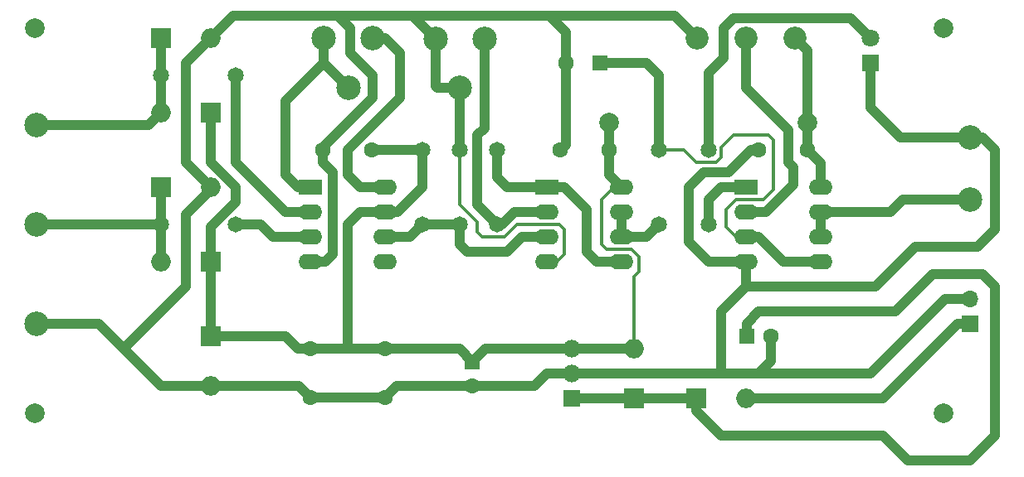
<source format=gbr>
G04 #@! TF.FileFunction,Copper,L2,Bot,Signal*
%FSLAX46Y46*%
G04 Gerber Fmt 4.6, Leading zero omitted, Abs format (unit mm)*
G04 Created by KiCad (PCBNEW 4.0.5) date 05/17/17 17:13:19*
%MOMM*%
%LPD*%
G01*
G04 APERTURE LIST*
%ADD10C,0.100000*%
%ADD11C,2.340000*%
%ADD12R,1.600000X1.600000*%
%ADD13C,1.600000*%
%ADD14R,2.000000X2.000000*%
%ADD15O,2.000000X2.000000*%
%ADD16R,1.800000X1.800000*%
%ADD17C,1.800000*%
%ADD18C,2.499360*%
%ADD19R,1.700000X1.700000*%
%ADD20O,1.700000X1.700000*%
%ADD21C,1.651000*%
%ADD22C,2.500000*%
%ADD23R,2.400000X1.600000*%
%ADD24O,2.400000X1.600000*%
%ADD25O,1.800000X1.800000*%
%ADD26C,2.000000*%
%ADD27C,0.304800*%
%ADD28C,1.016000*%
%ADD29C,0.711200*%
G04 APERTURE END LIST*
D10*
D11*
X73740000Y44450000D03*
X78740000Y44450000D03*
X83740000Y44450000D03*
D12*
X63825000Y41910000D03*
D13*
X60325000Y41910000D03*
X34290000Y12700000D03*
X34290000Y7700000D03*
D12*
X78780000Y13970000D03*
D13*
X81280000Y13970000D03*
X41910000Y12700000D03*
X41910000Y7700000D03*
D12*
X50800000Y11390000D03*
D13*
X50800000Y8890000D03*
X40560000Y33020000D03*
X35560000Y33020000D03*
X64770000Y33020000D03*
X59770000Y33020000D03*
X85010000Y33020000D03*
X80010000Y33020000D03*
D14*
X24130000Y21590000D03*
D15*
X19050000Y21590000D03*
D14*
X19050000Y29210000D03*
D15*
X24130000Y29210000D03*
D14*
X24130000Y36830000D03*
D15*
X19050000Y36830000D03*
D14*
X19050000Y44450000D03*
D15*
X24130000Y44450000D03*
D14*
X67310000Y7620000D03*
D15*
X67310000Y12700000D03*
D14*
X73660000Y7620000D03*
D15*
X78740000Y7620000D03*
D14*
X24130000Y13970000D03*
D15*
X24130000Y8890000D03*
D16*
X91440000Y41910000D03*
D17*
X91440000Y44450000D03*
D18*
X6350000Y25400000D03*
X6350000Y35560000D03*
D19*
X101600000Y15240000D03*
D20*
X101600000Y17780000D03*
D18*
X6350000Y15240000D03*
X101600000Y27940000D03*
X101600000Y34290000D03*
D21*
X45720000Y25400000D03*
X45720000Y33020000D03*
X26670000Y25400000D03*
X19050000Y25400000D03*
X69850000Y33020000D03*
X69850000Y25400000D03*
X74930000Y33020000D03*
X74930000Y25400000D03*
X49530000Y33020000D03*
X49530000Y25400000D03*
X53340000Y25400000D03*
X53340000Y33020000D03*
X26670000Y40640000D03*
X19050000Y40640000D03*
D22*
X49530000Y39370000D03*
X47030000Y44410000D03*
X52030000Y44410000D03*
X38140000Y39410000D03*
X35640000Y44450000D03*
X40640000Y44450000D03*
D23*
X34290000Y29210000D03*
D24*
X41910000Y21590000D03*
X34290000Y26670000D03*
X41910000Y24130000D03*
X34290000Y24130000D03*
X41910000Y26670000D03*
X34290000Y21590000D03*
X41910000Y29210000D03*
D23*
X58420000Y29210000D03*
D24*
X66040000Y21590000D03*
X58420000Y26670000D03*
X66040000Y24130000D03*
X58420000Y24130000D03*
X66040000Y26670000D03*
X58420000Y21590000D03*
X66040000Y29210000D03*
D16*
X60960000Y7620000D03*
D25*
X60960000Y10160000D03*
X60960000Y12700000D03*
D23*
X78740000Y29210000D03*
D24*
X86360000Y21590000D03*
X78740000Y26670000D03*
X86360000Y24130000D03*
X78740000Y24130000D03*
X86360000Y26670000D03*
X78740000Y21590000D03*
X86360000Y29210000D03*
D26*
X6180000Y45510000D03*
X6180000Y6140000D03*
X98890000Y6140000D03*
X98890000Y45510000D03*
X85010000Y35814000D03*
X64770000Y35814000D03*
D27*
X69850000Y33020000D02*
X72390000Y33020000D01*
X75692000Y31750000D02*
X76200000Y32258000D01*
X72390000Y33020000D02*
X73660000Y31750000D01*
X76708000Y26924000D02*
X76708000Y25146000D01*
X73660000Y31750000D02*
X75692000Y31750000D01*
X76200000Y32258000D02*
X76200000Y33274000D01*
X80518000Y27940000D02*
X77724000Y27940000D01*
X76708000Y25146000D02*
X77724000Y24130000D01*
X76200000Y33274000D02*
X77470000Y34544000D01*
X77470000Y34544000D02*
X81026000Y34544000D01*
X81534000Y34036000D02*
X81534000Y28956000D01*
X81534000Y28956000D02*
X80518000Y27940000D01*
X81026000Y34544000D02*
X81534000Y34036000D01*
X77724000Y27940000D02*
X76708000Y26924000D01*
X77724000Y24130000D02*
X78740000Y24130000D01*
D28*
X80010000Y24130000D02*
X82550000Y21590000D01*
X82550000Y21590000D02*
X86360000Y21590000D01*
X78740000Y24130000D02*
X80010000Y24130000D01*
X68580000Y41910000D02*
X69850000Y40640000D01*
X69850000Y40640000D02*
X69850000Y33020000D01*
X63825000Y41910000D02*
X68580000Y41910000D01*
X104140000Y33020000D02*
X102870000Y34290000D01*
X102870000Y34290000D02*
X101600000Y34290000D01*
X104140000Y24892000D02*
X104140000Y33020000D01*
X102362000Y23114000D02*
X104140000Y24892000D01*
X96012000Y23114000D02*
X102362000Y23114000D01*
X91948000Y19050000D02*
X96012000Y23114000D01*
X78740000Y19050000D02*
X91948000Y19050000D01*
X78740000Y21590000D02*
X74930000Y21590000D01*
X74930000Y21590000D02*
X72898000Y23622000D01*
X74422000Y30734000D02*
X76962000Y30734000D01*
X72898000Y23622000D02*
X72898000Y29210000D01*
X72898000Y29210000D02*
X74422000Y30734000D01*
X79248000Y33020000D02*
X80010000Y33020000D01*
X76962000Y30734000D02*
X79248000Y33020000D01*
D27*
X49530000Y33020000D02*
X49530000Y27432000D01*
X51816000Y24130000D02*
X54102000Y24130000D01*
X49530000Y27432000D02*
X51308000Y25654000D01*
X51308000Y25654000D02*
X51308000Y24638000D01*
X51308000Y24638000D02*
X51816000Y24130000D01*
X54102000Y24130000D02*
X55372000Y25400000D01*
X60198000Y22352000D02*
X59436000Y21590000D01*
X55372000Y25400000D02*
X59690000Y25400000D01*
X59690000Y25400000D02*
X60198000Y24892000D01*
X60198000Y24892000D02*
X60198000Y22352000D01*
X59436000Y21590000D02*
X58420000Y21590000D01*
D29*
X58420000Y21590000D02*
X59182000Y21590000D01*
D28*
X57404000Y46736000D02*
X58674000Y46736000D01*
X43688000Y46736000D02*
X57404000Y46736000D01*
X57404000Y46736000D02*
X71454000Y46736000D01*
X71454000Y46736000D02*
X73740000Y44450000D01*
X94488000Y34290000D02*
X91440000Y37338000D01*
X91440000Y37338000D02*
X91440000Y41910000D01*
X101600000Y34290000D02*
X94488000Y34290000D01*
X58674000Y46736000D02*
X60325000Y45085000D01*
X60325000Y45085000D02*
X60325000Y41910000D01*
X43688000Y46736000D02*
X44704000Y46736000D01*
X35306000Y46736000D02*
X43688000Y46736000D01*
X60325000Y41910000D02*
X60325000Y33575000D01*
X60325000Y33575000D02*
X59770000Y33020000D01*
X49530000Y33020000D02*
X49530000Y39370000D01*
X47244000Y39370000D02*
X47030000Y39584000D01*
X47030000Y39584000D02*
X47030000Y44410000D01*
X49530000Y39370000D02*
X47244000Y39370000D01*
X35306000Y46736000D02*
X26416000Y46736000D01*
X37084000Y46736000D02*
X35306000Y46736000D01*
X44704000Y46736000D02*
X47030000Y44410000D01*
X26416000Y46736000D02*
X24130000Y44450000D01*
X38354000Y45466000D02*
X37084000Y46736000D01*
X38354000Y42926000D02*
X38354000Y45466000D01*
X40640000Y40640000D02*
X38354000Y42926000D01*
X40640000Y38354000D02*
X40640000Y40640000D01*
X35560000Y33274000D02*
X40640000Y38354000D01*
X35560000Y33020000D02*
X35560000Y33274000D01*
X36576000Y22352000D02*
X35814000Y21590000D01*
X35814000Y21590000D02*
X34290000Y21590000D01*
X36576000Y30734000D02*
X36576000Y22352000D01*
X35560000Y31750000D02*
X36576000Y30734000D01*
X35560000Y33020000D02*
X35560000Y31750000D01*
X24130000Y29210000D02*
X24130000Y28956000D01*
X24130000Y28956000D02*
X21590000Y26416000D01*
X21590000Y26416000D02*
X21590000Y19050000D01*
X21590000Y19050000D02*
X15240000Y12700000D01*
X24130000Y44450000D02*
X21590000Y41910000D01*
X21590000Y41910000D02*
X21590000Y31750000D01*
X21590000Y31750000D02*
X24130000Y29210000D01*
X19050000Y8890000D02*
X15240000Y12700000D01*
X15240000Y12700000D02*
X12700000Y15240000D01*
X12700000Y15240000D02*
X6350000Y15240000D01*
X24130000Y8890000D02*
X19050000Y8890000D01*
X24130000Y8890000D02*
X33100000Y8890000D01*
X33100000Y8890000D02*
X34290000Y7700000D01*
X34290000Y7700000D02*
X41910000Y7700000D01*
X50800000Y8890000D02*
X43100000Y8890000D01*
X43100000Y8890000D02*
X41910000Y7700000D01*
X57150000Y8890000D02*
X58420000Y10160000D01*
X58420000Y10160000D02*
X60960000Y10160000D01*
X50800000Y8890000D02*
X57150000Y8890000D01*
X60960000Y10160000D02*
X76200000Y10160000D01*
X78740000Y19050000D02*
X76200000Y16510000D01*
X76200000Y10160000D02*
X80010000Y10160000D01*
X76200000Y16510000D02*
X76200000Y10160000D01*
X78740000Y21590000D02*
X78740000Y19050000D01*
X99060000Y17780000D02*
X91440000Y10160000D01*
X91440000Y10160000D02*
X80010000Y10160000D01*
X101600000Y17780000D02*
X99060000Y17780000D01*
X80010000Y10160000D02*
X81280000Y11430000D01*
X81280000Y11430000D02*
X81280000Y13970000D01*
X85010000Y33020000D02*
X85010000Y35814000D01*
X85010000Y35814000D02*
X85010000Y43180000D01*
X64770000Y33020000D02*
X64770000Y35814000D01*
X85010000Y43180000D02*
X83740000Y44450000D01*
D27*
X64008000Y27940000D02*
X65278000Y29210000D01*
X65278000Y29210000D02*
X66040000Y29210000D01*
X64008000Y23368000D02*
X64008000Y27940000D01*
X64516000Y22860000D02*
X64008000Y23368000D01*
X67056000Y22860000D02*
X64516000Y22860000D01*
X67818000Y22098000D02*
X67056000Y22860000D01*
X67818000Y20574000D02*
X67818000Y22098000D01*
X67310000Y20066000D02*
X67818000Y20574000D01*
X67310000Y12700000D02*
X67310000Y20066000D01*
D28*
X86360000Y29210000D02*
X86360000Y31670000D01*
X86360000Y31670000D02*
X85010000Y33020000D01*
X64770000Y33020000D02*
X64770000Y30480000D01*
X64770000Y30480000D02*
X66040000Y29210000D01*
X24130000Y36830000D02*
X24130000Y31750000D01*
X24130000Y31750000D02*
X26670000Y29210000D01*
X26670000Y29210000D02*
X26670000Y27686000D01*
X26670000Y27686000D02*
X24130000Y25146000D01*
X24130000Y25146000D02*
X24130000Y21590000D01*
X41910000Y12700000D02*
X38100000Y12700000D01*
X38100000Y12700000D02*
X34290000Y12700000D01*
X38100000Y25400000D02*
X38100000Y12700000D01*
X39370000Y26670000D02*
X38100000Y25400000D01*
X41910000Y26670000D02*
X39370000Y26670000D01*
X43180000Y26670000D02*
X45720000Y29210000D01*
X45720000Y29210000D02*
X45720000Y33020000D01*
X41910000Y26670000D02*
X43180000Y26670000D01*
X40560000Y33020000D02*
X45720000Y33020000D01*
X24130000Y13970000D02*
X24130000Y21590000D01*
X33020000Y12700000D02*
X31750000Y13970000D01*
X31750000Y13970000D02*
X24130000Y13970000D01*
X34290000Y12700000D02*
X33020000Y12700000D01*
X41910000Y12700000D02*
X49490000Y12700000D01*
X49490000Y12700000D02*
X50800000Y11390000D01*
X60960000Y12700000D02*
X52110000Y12700000D01*
X52110000Y12700000D02*
X50800000Y11390000D01*
X67310000Y12700000D02*
X60960000Y12700000D01*
X78780000Y13970000D02*
X78780000Y15280000D01*
X78780000Y15280000D02*
X80010000Y16510000D01*
X97790000Y20320000D02*
X102870000Y20320000D01*
X80010000Y16510000D02*
X93980000Y16510000D01*
X93980000Y16510000D02*
X97790000Y20320000D01*
X102870000Y20320000D02*
X104140000Y19050000D01*
X104140000Y19050000D02*
X104140000Y3810000D01*
X104140000Y3810000D02*
X101600000Y1270000D01*
X101600000Y1270000D02*
X95250000Y1270000D01*
X95250000Y1270000D02*
X92710000Y3810000D01*
X92710000Y3810000D02*
X76200000Y3810000D01*
X76200000Y3810000D02*
X73660000Y6350000D01*
X73660000Y6350000D02*
X73660000Y7620000D01*
X60960000Y7620000D02*
X67310000Y7620000D01*
X73660000Y7620000D02*
X67310000Y7620000D01*
X6350000Y25400000D02*
X19050000Y25400000D01*
X19050000Y25400000D02*
X19050000Y29210000D01*
X19050000Y21590000D02*
X19050000Y25400000D01*
X19050000Y44450000D02*
X19050000Y40640000D01*
X19050000Y40640000D02*
X19050000Y36830000D01*
X6350000Y35560000D02*
X17780000Y35560000D01*
X17780000Y35560000D02*
X19050000Y36830000D01*
X100330000Y15240000D02*
X92710000Y7620000D01*
X92710000Y7620000D02*
X78740000Y7620000D01*
X101600000Y15240000D02*
X100330000Y15240000D01*
X77470000Y46482000D02*
X89408000Y46482000D01*
X89408000Y46482000D02*
X91440000Y44450000D01*
X76454000Y45466000D02*
X77470000Y46482000D01*
X76454000Y42418000D02*
X76454000Y45466000D01*
X74930000Y40894000D02*
X76454000Y42418000D01*
X74930000Y33020000D02*
X74930000Y40894000D01*
X94742000Y27940000D02*
X93472000Y26670000D01*
X93472000Y26670000D02*
X86360000Y26670000D01*
X101600000Y27940000D02*
X94742000Y27940000D01*
X86360000Y24130000D02*
X86360000Y26670000D01*
X50292000Y22606000D02*
X49530000Y23368000D01*
X49530000Y23368000D02*
X49530000Y25400000D01*
X54356000Y22606000D02*
X50292000Y22606000D01*
X55880000Y24130000D02*
X54356000Y22606000D01*
X58420000Y24130000D02*
X55880000Y24130000D01*
X49530000Y25400000D02*
X45720000Y25400000D01*
X41910000Y24130000D02*
X44450000Y24130000D01*
X44450000Y24130000D02*
X45720000Y25400000D01*
X29210000Y25400000D02*
X30480000Y24130000D01*
X30480000Y24130000D02*
X34290000Y24130000D01*
X26670000Y25400000D02*
X29210000Y25400000D01*
X66040000Y26670000D02*
X66040000Y24130000D01*
X66040000Y24130000D02*
X68580000Y24130000D01*
X68580000Y24130000D02*
X69850000Y25400000D01*
X74930000Y27940000D02*
X76200000Y29210000D01*
X76200000Y29210000D02*
X78740000Y29210000D01*
X74930000Y25400000D02*
X74930000Y27940000D01*
X51308000Y34544000D02*
X51308000Y27432000D01*
X51308000Y27432000D02*
X53340000Y25400000D01*
X52030000Y35266000D02*
X51308000Y34544000D01*
X52030000Y44410000D02*
X52030000Y35266000D01*
X53848000Y25400000D02*
X55118000Y26670000D01*
X55118000Y26670000D02*
X58420000Y26670000D01*
X53340000Y25400000D02*
X53848000Y25400000D01*
X62484000Y26924000D02*
X60198000Y29210000D01*
X60198000Y29210000D02*
X58420000Y29210000D01*
X62484000Y22606000D02*
X62484000Y26924000D01*
X63500000Y21590000D02*
X62484000Y22606000D01*
X66040000Y21590000D02*
X63500000Y21590000D01*
X53340000Y30226000D02*
X54356000Y29210000D01*
X54356000Y29210000D02*
X58420000Y29210000D01*
X53340000Y33020000D02*
X53340000Y30226000D01*
X26670000Y31750000D02*
X31750000Y26670000D01*
X31750000Y26670000D02*
X34290000Y26670000D01*
X26670000Y40640000D02*
X26670000Y31750000D01*
X78740000Y44450000D02*
X78740000Y39370000D01*
X78740000Y39370000D02*
X83058000Y35052000D01*
X83058000Y35052000D02*
X83058000Y31750000D01*
X83058000Y31750000D02*
X83566000Y31242000D01*
X83566000Y31242000D02*
X83566000Y29464000D01*
X80772000Y26670000D02*
X78740000Y26670000D01*
X83566000Y29464000D02*
X80772000Y26670000D01*
X31750000Y30480000D02*
X31750000Y38020000D01*
X31750000Y38020000D02*
X35640000Y41910000D01*
X33020000Y29210000D02*
X31750000Y30480000D01*
X34290000Y29210000D02*
X33020000Y29210000D01*
X35640000Y44450000D02*
X35640000Y41910000D01*
X35640000Y41910000D02*
X38140000Y39410000D01*
X41910000Y29210000D02*
X39370000Y29210000D01*
X39370000Y29210000D02*
X38100000Y30480000D01*
X38100000Y30480000D02*
X38100000Y33020000D01*
X38100000Y33020000D02*
X43434000Y38354000D01*
X43434000Y38354000D02*
X43434000Y42926000D01*
X43434000Y42926000D02*
X41910000Y44450000D01*
X41910000Y44450000D02*
X40640000Y44450000D01*
M02*

</source>
